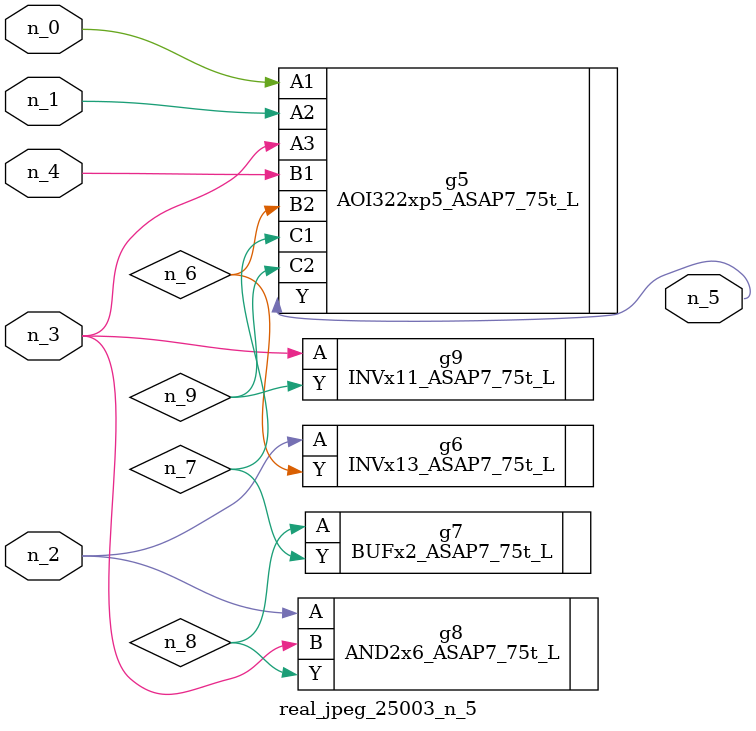
<source format=v>
module real_jpeg_25003_n_5 (n_4, n_0, n_1, n_2, n_3, n_5);

input n_4;
input n_0;
input n_1;
input n_2;
input n_3;

output n_5;

wire n_8;
wire n_6;
wire n_7;
wire n_9;

AOI322xp5_ASAP7_75t_L g5 ( 
.A1(n_0),
.A2(n_1),
.A3(n_3),
.B1(n_4),
.B2(n_6),
.C1(n_7),
.C2(n_9),
.Y(n_5)
);

INVx13_ASAP7_75t_L g6 ( 
.A(n_2),
.Y(n_6)
);

AND2x6_ASAP7_75t_L g8 ( 
.A(n_2),
.B(n_3),
.Y(n_8)
);

INVx11_ASAP7_75t_L g9 ( 
.A(n_3),
.Y(n_9)
);

BUFx2_ASAP7_75t_L g7 ( 
.A(n_8),
.Y(n_7)
);


endmodule
</source>
